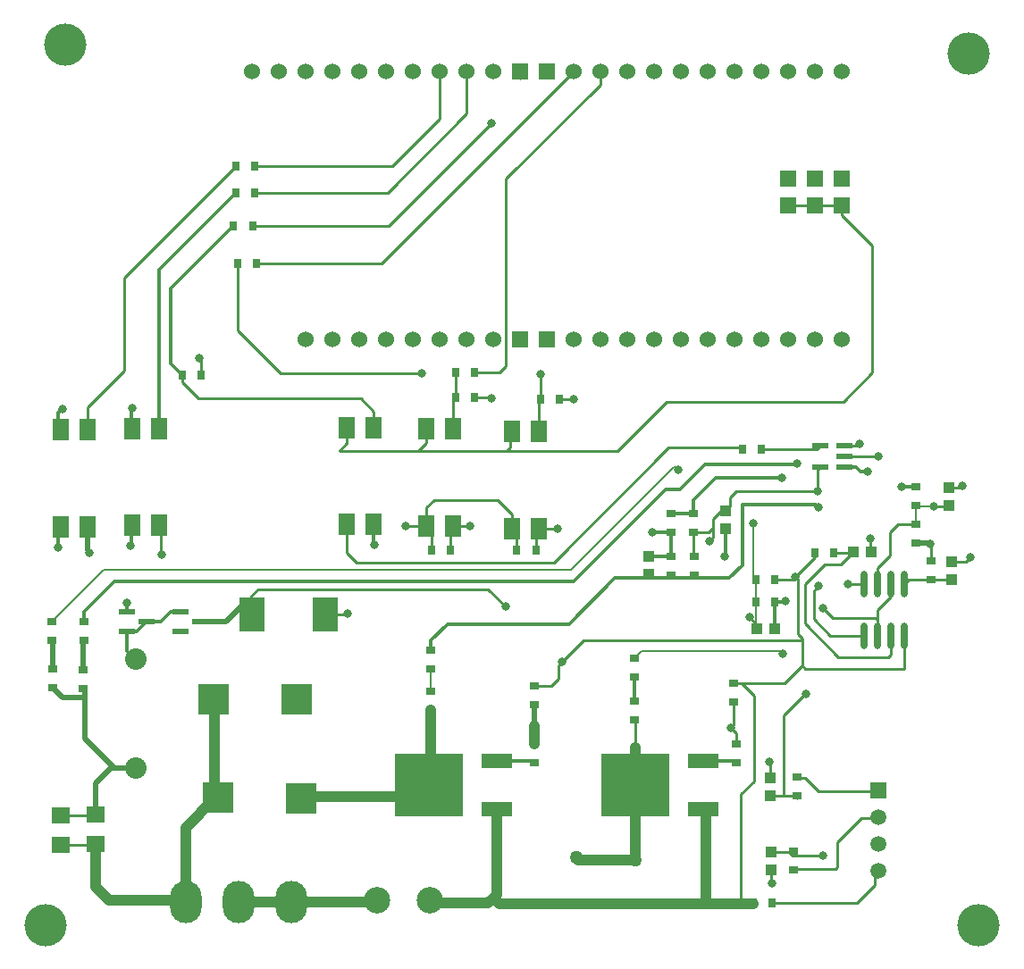
<source format=gtl>
G04*
G04 #@! TF.GenerationSoftware,Altium Limited,Altium Designer,18.0.12 (696)*
G04*
G04 Layer_Physical_Order=1*
G04 Layer_Color=255*
%FSLAX25Y25*%
%MOIN*%
G70*
G01*
G75*
%ADD11C,0.01000*%
%ADD15R,0.03740X0.03150*%
%ADD16O,0.02756X0.09843*%
%ADD17R,0.09449X0.12992*%
%ADD18R,0.06102X0.02165*%
%ADD19R,0.07087X0.06299*%
%ADD20R,0.03937X0.04331*%
%ADD21R,0.04331X0.03937*%
%ADD22R,0.03150X0.03740*%
%ADD23R,0.11811X0.05512*%
%ADD24R,0.25591X0.23622*%
%ADD25R,0.05906X0.08000*%
%ADD46C,0.00600*%
%ADD47C,0.01181*%
%ADD48C,0.03937*%
%ADD49C,0.01968*%
%ADD50R,0.06000X0.06000*%
%ADD51C,0.06000*%
%ADD52R,0.11811X0.11811*%
%ADD53O,0.11811X0.15748*%
%ADD54C,0.09843*%
%ADD55C,0.08000*%
%ADD56C,0.05906*%
%ADD57R,0.05906X0.05906*%
%ADD58C,0.15748*%
%ADD59C,0.03150*%
%ADD60C,0.05000*%
D11*
X297543Y19357D02*
X313543D01*
X293800Y23100D02*
X297543Y19357D01*
X345200Y68200D02*
X345900Y68900D01*
X340800Y68200D02*
X345200D01*
X340293Y61000D02*
X340800Y61507D01*
X335300Y61000D02*
X340293D01*
X347247Y40446D02*
X348800Y42000D01*
X341900Y40446D02*
X347247D01*
X341803Y33657D02*
X341900Y33754D01*
X334364Y33657D02*
X341803D01*
X324300Y32046D02*
X325911Y33657D01*
X334364D01*
X334000Y47200D02*
X334364Y46836D01*
X333943Y47257D02*
X334000Y47200D01*
X334364Y40743D02*
Y46836D01*
X321943Y54343D02*
X328736D01*
X319000Y51400D02*
X321943Y54343D01*
X319000Y42800D02*
Y51400D01*
X314300Y38100D02*
X319000Y42800D01*
X314300Y32046D02*
Y38100D01*
X311600Y43100D02*
Y49000D01*
X108081Y20900D02*
X116600D01*
X311600Y43100D02*
X311846Y42854D01*
X303100Y32100D02*
X303154Y32046D01*
X309300D01*
X324300Y500D02*
Y12754D01*
X287300Y500D02*
X324300D01*
X286100Y1700D02*
X287300Y500D01*
X287200Y17285D02*
X299685Y4800D01*
X318200D01*
X290544Y18956D02*
Y29544D01*
Y18956D02*
X296746Y12754D01*
X309300D01*
X287200Y32000D02*
X294500Y39300D01*
X287200Y17285D02*
Y32000D01*
X284500Y13500D02*
X286100Y11900D01*
Y11200D02*
Y11900D01*
X283700Y34800D02*
X284500Y34000D01*
Y13500D02*
Y34000D01*
X300453Y39300D02*
X305153Y44000D01*
X294500Y39300D02*
X300453D01*
X290544Y29544D02*
X292400Y31400D01*
X318200Y4800D02*
X319300Y5900D01*
Y12754D01*
X314300Y18600D02*
Y22500D01*
X319300Y27500D01*
Y32046D01*
X313543Y19357D02*
X314300Y18600D01*
Y12754D02*
Y18600D01*
X268957Y15697D02*
Y17243D01*
X266600Y19600D02*
X268957Y17243D01*
X311846Y42854D02*
Y44000D01*
X283700Y34800D02*
X290900Y42000D01*
Y43600D01*
X297987D02*
X304000D01*
X80719Y24374D02*
Y27819D01*
Y20900D02*
Y24374D01*
X169000Y30200D02*
X175600Y23600D01*
X83100Y30200D02*
X169000D01*
X80719Y27819D02*
X83100Y30200D01*
X116600Y20900D02*
X116700Y21000D01*
X279443Y-4957D02*
X286100Y1700D01*
X263557Y-4957D02*
X279443D01*
X307200Y83900D02*
X307700Y84400D01*
X301900Y83900D02*
X307200D01*
X301900Y79900D02*
X314300D01*
X314500Y79700D01*
X291900Y74900D02*
X292900Y75900D01*
X291900Y66800D02*
Y74900D01*
X291536Y82536D02*
X292900Y83900D01*
X271043Y82536D02*
X291536D01*
X313900Y-77200D02*
Y-75600D01*
X313400Y-76700D02*
X313900Y-77200D01*
X313400Y-80300D02*
Y-76700D01*
X306700Y-87000D02*
X313400Y-80300D01*
X274600Y-79400D02*
X274800Y-79600D01*
X274600Y-79400D02*
Y-74647D01*
X282646Y-69200D02*
X293900D01*
X281400Y-67953D02*
X282646Y-69200D01*
X274600Y-67953D02*
X281400D01*
X281636Y-74300D02*
X298600D01*
X299200Y-73700D01*
X284136Y-47964D02*
Y-47043D01*
X279100Y-46500D02*
X279447Y-46846D01*
X283939D01*
X274100D02*
X279447D01*
X283939D02*
X284136Y-47043D01*
X274000Y-34100D02*
X274100Y-34200D01*
Y-40154D02*
Y-34200D01*
X279100Y-17000D02*
X287200Y-8900D01*
X279100Y-46500D02*
Y-17000D01*
X283300Y-40257D02*
X287357D01*
X292400Y-45300D01*
X263557Y-4957D02*
X268100Y-9500D01*
Y-41600D02*
Y-9500D01*
X263300Y-46400D02*
X268100Y-41600D01*
X287200Y-8900D02*
X287500D01*
X194707Y52893D02*
X195000Y52600D01*
X187887Y52893D02*
X194707D01*
X308200Y-55300D02*
X312000D01*
X299200Y-64300D02*
X308200Y-55300D01*
X299200Y-73700D02*
Y-64300D01*
X274987Y-87000D02*
X306700D01*
X292400Y-45300D02*
X312000D01*
X186787Y51793D02*
X187887Y52893D01*
X186787Y44700D02*
Y51793D01*
X177887Y52893D02*
X179700Y51079D01*
Y44700D02*
Y51079D01*
X154887Y52893D02*
X155887Y53893D01*
X154887Y44700D02*
Y52893D01*
X145887Y53893D02*
X147800Y51980D01*
Y44700D02*
Y51980D01*
X193500Y40100D02*
X236356Y82956D01*
X120000Y40100D02*
X193500D01*
X116387Y43713D02*
X120000Y40100D01*
X22300Y-65212D02*
X22500Y-65012D01*
X9700Y-65212D02*
X22300D01*
Y-54188D02*
X22500Y-53988D01*
X9700Y-54188D02*
X22300D01*
X91500Y110600D02*
X144300D01*
X75457Y126643D02*
X91500Y110600D01*
X75457Y126643D02*
Y151736D01*
X61000Y101300D02*
X121600D01*
X54957Y107343D02*
X61000Y101300D01*
X54957Y107343D02*
Y110236D01*
X121600Y101300D02*
X126347Y96553D01*
Y90495D02*
Y96553D01*
X131836Y165636D02*
X170300Y204100D01*
X81143Y165636D02*
X131836D01*
X129336Y151736D02*
X200900Y223300D01*
X82543Y151736D02*
X129336D01*
X223878Y-28978D02*
Y-18402D01*
X99436Y121736D02*
X101000Y123300D01*
X160900Y207700D02*
Y223300D01*
X180900Y220600D02*
Y223300D01*
X150900Y205800D02*
Y223300D01*
X82043Y188236D02*
X133336D01*
X82043Y178236D02*
X131436D01*
X261700Y66800D02*
X291900D01*
X301000Y169600D02*
Y173300D01*
X291000D02*
X301000D01*
X46957Y43736D02*
Y53240D01*
X46192Y54005D02*
X46957Y53240D01*
X113516Y81800D02*
X116308Y84592D01*
Y90495D01*
X261736Y-27457D02*
Y-23536D01*
X133336Y188236D02*
X150900Y205800D01*
X131436Y178236D02*
X160900Y207700D01*
X155887Y53893D02*
X162293D01*
X162300Y53900D01*
X145887Y53893D02*
Y60587D01*
X148800Y63500D01*
X172500D01*
X177887Y52893D02*
Y58113D01*
X172500Y63500D02*
X177887Y58113D01*
X138293Y53893D02*
X145887D01*
X281000Y173300D02*
X291000D01*
X245736Y42984D02*
Y51457D01*
X282636Y33736D02*
X283700Y34800D01*
X276043Y33736D02*
X282636D01*
X245736Y51457D02*
X251357D01*
X263537Y82956D02*
X263957Y82536D01*
X301000Y169600D02*
X312300Y158300D01*
X187847Y88995D02*
Y100627D01*
X188457Y101236D01*
X195543D02*
X200964D01*
X113516Y81800D02*
X143000D01*
X145808Y84608D01*
X312300Y111000D02*
Y158300D01*
X116387Y43713D02*
Y54393D01*
X251629Y47929D02*
X253000Y49300D01*
Y53100D01*
X251357Y51457D02*
X253000Y53100D01*
Y56400D01*
X255946Y59346D02*
X257500D01*
X259300Y61146D01*
Y64400D01*
X253000Y56400D02*
X255946Y59346D01*
X259300Y64400D02*
X261700Y66800D01*
X186236Y-5957D02*
X192443D01*
X195100Y-3300D01*
X259700Y-21500D02*
X261736Y-23536D01*
X259500Y-21700D02*
X259700Y-21500D01*
X260736Y-4957D02*
X263557D01*
X155847Y89995D02*
Y100627D01*
X156957Y101736D01*
X164043D02*
X169364D01*
X169500Y101600D01*
X170200D01*
X170400Y101400D01*
X156957Y101736D02*
Y111236D01*
X210900Y218500D02*
Y223300D01*
X188457Y101236D02*
Y110236D01*
X240900Y221400D02*
Y223300D01*
X143000Y81800D02*
X176000D01*
X236356Y82956D02*
X263537D01*
X217100Y81800D02*
X235500Y100200D01*
X301500D01*
X176000Y81800D02*
X177308Y83108D01*
X145808Y84608D02*
Y89995D01*
Y90495D01*
X176000Y81800D02*
X217100D01*
X164043Y111236D02*
X173336D01*
X175681Y113581D01*
Y183281D01*
X210900Y218500D01*
X19613Y89607D02*
Y98113D01*
X33100Y111600D01*
Y146379D01*
X74957Y188236D01*
X61200Y116500D02*
X62043Y115657D01*
Y110236D02*
Y115657D01*
X259700Y-21500D02*
X260736Y-20464D01*
Y-12043D01*
X263300Y-85900D02*
Y-46400D01*
Y-85900D02*
X264000Y-86600D01*
X195100Y-3300D02*
Y1700D01*
X196500Y3100D01*
X204600Y11200D01*
X286100D01*
Y1700D02*
Y11200D01*
X301500Y100200D02*
X312300Y111000D01*
X177308Y83108D02*
Y88995D01*
D15*
X334364Y33657D02*
D03*
Y40743D02*
D03*
X282883Y-74743D02*
D03*
Y-67657D02*
D03*
X284136Y-47043D02*
D03*
Y-39957D02*
D03*
X328736Y61257D02*
D03*
Y68343D02*
D03*
X237264Y58543D02*
D03*
Y51457D02*
D03*
X223736Y-18543D02*
D03*
Y-11457D02*
D03*
Y-2543D02*
D03*
Y4543D02*
D03*
X328736Y47257D02*
D03*
Y54343D02*
D03*
X245736Y51457D02*
D03*
Y58543D02*
D03*
X186236Y-34543D02*
D03*
Y-27457D02*
D03*
Y-13043D02*
D03*
Y-5957D02*
D03*
X6736Y-6543D02*
D03*
Y543D02*
D03*
X6236Y10957D02*
D03*
Y18043D02*
D03*
X261736Y-34543D02*
D03*
Y-27457D02*
D03*
X260736Y-12043D02*
D03*
Y-4957D02*
D03*
X237236Y35457D02*
D03*
Y42543D02*
D03*
X147736Y-15043D02*
D03*
Y-7957D02*
D03*
Y457D02*
D03*
Y7543D02*
D03*
X245764Y42543D02*
D03*
Y35457D02*
D03*
X18028Y47D02*
D03*
Y-7040D02*
D03*
X18264Y18043D02*
D03*
Y10957D02*
D03*
D16*
X309300Y12754D02*
D03*
X314300D02*
D03*
X319300D02*
D03*
X324300D02*
D03*
X309300Y32046D02*
D03*
X314300D02*
D03*
X319300D02*
D03*
X324300D02*
D03*
D17*
X80919Y20700D02*
D03*
X108281D02*
D03*
D18*
X292900Y83900D02*
D03*
Y75900D02*
D03*
X301900D02*
D03*
Y79900D02*
D03*
Y83900D02*
D03*
X34358Y21740D02*
D03*
Y14260D02*
D03*
X41642Y18000D02*
D03*
X61642D02*
D03*
X54358Y14260D02*
D03*
Y21740D02*
D03*
D19*
X9700Y-65212D02*
D03*
Y-54188D02*
D03*
X22500Y-65012D02*
D03*
Y-53988D02*
D03*
D20*
X340800Y61507D02*
D03*
Y68200D02*
D03*
X341900Y33754D02*
D03*
Y40446D02*
D03*
X274100Y-40154D02*
D03*
Y-46846D02*
D03*
X274600Y-67953D02*
D03*
Y-74647D02*
D03*
X257500Y52653D02*
D03*
Y59346D02*
D03*
X229000Y35654D02*
D03*
Y42347D02*
D03*
D21*
X305153Y44000D02*
D03*
X311846D02*
D03*
X269153Y15500D02*
D03*
X275847D02*
D03*
D22*
X267900Y-87000D02*
D03*
X274987D02*
D03*
X154887Y44700D02*
D03*
X147800D02*
D03*
X62043Y110236D02*
D03*
X54957D02*
D03*
X195543Y101236D02*
D03*
X188457D02*
D03*
X81143Y165636D02*
D03*
X74057D02*
D03*
X164043Y111236D02*
D03*
X156957D02*
D03*
X290900Y43600D02*
D03*
X297987D02*
D03*
X179700Y44700D02*
D03*
X186787D02*
D03*
X271043Y82536D02*
D03*
X263957D02*
D03*
X164043Y101736D02*
D03*
X156957D02*
D03*
X268957Y25264D02*
D03*
X276043D02*
D03*
X276043Y33736D02*
D03*
X268957D02*
D03*
X82043Y178236D02*
D03*
X74957D02*
D03*
X82043Y188236D02*
D03*
X74957D02*
D03*
X82543Y151736D02*
D03*
X75457D02*
D03*
D23*
X172114Y-52055D02*
D03*
Y-33945D02*
D03*
X249114D02*
D03*
Y-52055D02*
D03*
D24*
X146878Y-43000D02*
D03*
X223878D02*
D03*
D25*
X126347Y90495D02*
D03*
X116308D02*
D03*
X126387Y54393D02*
D03*
X116387D02*
D03*
X187847Y88995D02*
D03*
X177808D02*
D03*
X187887Y52893D02*
D03*
X177887D02*
D03*
X9653Y53505D02*
D03*
X19692D02*
D03*
X9613Y89607D02*
D03*
X19613D02*
D03*
X36153Y54005D02*
D03*
X46192D02*
D03*
X36113Y90107D02*
D03*
X46113D02*
D03*
X155847Y89995D02*
D03*
X145808D02*
D03*
X155887Y53893D02*
D03*
X145887D02*
D03*
D46*
X268006Y34274D02*
X268750Y33529D01*
X268957Y17243D02*
Y25264D01*
X328736Y54343D02*
Y61257D01*
X147736Y-7957D02*
Y457D01*
X268957Y25264D02*
X268957Y25264D01*
X268957Y25264D02*
Y33736D01*
X223736Y4543D02*
X226193Y7000D01*
X268006Y34274D02*
Y54648D01*
X6236Y18043D02*
X25493Y37300D01*
X199800D01*
X238400Y75900D01*
X239700D01*
X328993Y61000D02*
X335300D01*
X328736Y61257D02*
X328993Y61000D01*
X226193Y7000D02*
X278000D01*
X279000Y6000D01*
D47*
X276043Y25264D02*
X280136D01*
X35800Y46000D02*
Y53652D01*
X216300Y34400D02*
X259000D01*
X279800Y25600D02*
X280136Y25264D01*
X301900Y75900D02*
X306200D01*
X308000Y74100D01*
X310500D01*
X278600Y71800D02*
X278700Y71700D01*
X254000Y71800D02*
X278600D01*
X73836Y165636D02*
X74057D01*
X50700Y142500D02*
X73836Y165636D01*
X34358Y25058D02*
X34400Y25100D01*
X34358Y21740D02*
Y25058D01*
Y7142D02*
X37500Y4000D01*
X37902Y14260D02*
X41642Y18000D01*
X34358Y14260D02*
X37902D01*
X50740Y21740D02*
X54358D01*
X35800Y53652D02*
X36153Y54005D01*
X172114Y-33945D02*
X185638D01*
X186236Y-34543D01*
X34358Y7142D02*
Y14260D01*
X322947Y68147D02*
X323300Y68500D01*
X237264Y58543D02*
X245736D01*
X245736Y58543D01*
X230300Y51400D02*
X237207D01*
X8756Y90464D02*
X9613Y89607D01*
X8756Y95956D02*
X10300Y97500D01*
X41642Y18000D02*
X47000D01*
X50740Y21740D01*
X35900Y97900D02*
X36200D01*
X35800Y90421D02*
X36113Y90107D01*
X35800Y90421D02*
Y97800D01*
X35900Y97900D01*
X8756Y90464D02*
Y95956D01*
X8700Y45600D02*
Y52552D01*
X9653Y53505D01*
X126387Y46807D02*
Y54393D01*
Y46807D02*
X126494Y46700D01*
X126600D01*
X323300Y68500D02*
X328579D01*
X223736Y-11457D02*
Y-2543D01*
X237236Y51429D02*
X237264Y51457D01*
X237207Y51400D02*
X237236Y51429D01*
X229000Y42347D02*
X237039D01*
X237236Y42543D01*
X275847Y15500D02*
Y25067D01*
X276043Y25264D01*
X245736Y58543D02*
Y63536D01*
X254000Y71800D01*
X237236Y42543D02*
Y51429D01*
X18264Y18043D02*
Y21664D01*
X29700Y33100D01*
X200900D01*
X235125Y67325D01*
X240525D01*
X263800Y61800D02*
X291400D01*
X292400Y60800D01*
X259000Y34400D02*
X263800Y39200D01*
X257500Y42800D02*
Y52653D01*
X257200Y42500D02*
X257500Y42800D01*
X263800Y39200D02*
Y61800D01*
X147736Y7543D02*
Y11036D01*
X153900Y17200D01*
X199100D02*
X216300Y34400D01*
X153900Y17200D02*
X199100D01*
X240525Y67325D02*
X250000Y76800D01*
X283953D01*
X46113Y149393D02*
X74957Y178236D01*
X46113Y90107D02*
Y149393D01*
X50700Y114493D02*
X54957Y110236D01*
X50700Y114493D02*
Y142500D01*
X261138Y-33945D02*
X261736Y-34543D01*
X249114Y-33945D02*
X261138D01*
D48*
X250100Y-87300D02*
X267900D01*
X147200Y-86968D02*
X169091D01*
X22500Y-80900D02*
Y-65012D01*
Y-80900D02*
X27600Y-86000D01*
X55630D01*
X64900Y-10500D02*
X67000Y-12600D01*
Y-48000D02*
Y-12600D01*
X56130Y-58870D02*
X67000Y-48000D01*
X56130Y-86500D02*
Y-58870D01*
X139667Y-47400D02*
X147736Y-39331D01*
X100750Y-44750D02*
X103400Y-47400D01*
X139667D01*
X223878Y-70800D02*
Y-43000D01*
X202756Y-70800D02*
X223878D01*
X95500Y-86500D02*
X126900D01*
X170945Y-85114D02*
X173131Y-87300D01*
X169091Y-86968D02*
X170945Y-85114D01*
X172114Y-83945D01*
X250100Y-87300D02*
Y-54055D01*
X172114Y-83945D02*
Y-52055D01*
X173131Y-87300D02*
X250100D01*
X186236Y-27457D02*
Y-21036D01*
X223878Y-43000D02*
Y-28978D01*
X75815Y-86500D02*
X95500D01*
X147736Y-39331D02*
Y-15043D01*
X186200Y-21000D02*
X186236Y-21036D01*
X201978Y-70022D02*
X202756Y-70800D01*
D49*
X71130Y18000D02*
X77504Y24374D01*
X80719D01*
X22500Y-53988D02*
Y-42400D01*
X28400Y-36500D01*
X29500D01*
X37500D01*
X18500Y-25500D02*
X29500Y-36500D01*
X19692Y44608D02*
X20400Y43900D01*
X61642Y18000D02*
X71130D01*
X18264Y-6700D02*
X18500Y-6936D01*
X6736Y-6543D02*
X10393Y-10200D01*
X18500D01*
Y-25500D02*
Y-10200D01*
Y-6936D01*
X6736Y543D02*
Y10457D01*
X6236Y10957D02*
X6736Y10457D01*
X18028Y47D02*
Y10721D01*
X18264Y10957D01*
X328736Y47257D02*
X333943D01*
X19692Y44608D02*
Y53505D01*
X186236Y-20964D02*
Y-13043D01*
D50*
X181000Y223300D02*
D03*
X191000D02*
D03*
X301000Y183300D02*
D03*
X291000D02*
D03*
X281000D02*
D03*
X191000Y123300D02*
D03*
X181000D02*
D03*
X281000Y173300D02*
D03*
X291000D02*
D03*
X301000D02*
D03*
D51*
Y223300D02*
D03*
X291000D02*
D03*
X281000D02*
D03*
X271000D02*
D03*
X261000D02*
D03*
X251000D02*
D03*
X241000D02*
D03*
X231000D02*
D03*
X221000D02*
D03*
X211000D02*
D03*
X201000D02*
D03*
X171000D02*
D03*
X161000D02*
D03*
X151000D02*
D03*
X141000D02*
D03*
X131000D02*
D03*
X121000D02*
D03*
X111000D02*
D03*
X101000D02*
D03*
X301000Y123300D02*
D03*
X291000D02*
D03*
X281000D02*
D03*
X261000D02*
D03*
X251000D02*
D03*
X241000D02*
D03*
X231000D02*
D03*
X221000D02*
D03*
X211000D02*
D03*
X201000D02*
D03*
X171000D02*
D03*
X161000D02*
D03*
X151000D02*
D03*
X141000D02*
D03*
X131000D02*
D03*
X121000D02*
D03*
X111000D02*
D03*
X101000D02*
D03*
X271000D02*
D03*
X81000Y223300D02*
D03*
X91000D02*
D03*
D52*
X99100Y-47794D02*
D03*
X68100Y-47700D02*
D03*
X66500Y-10905D02*
D03*
X97500Y-11000D02*
D03*
D53*
X56130Y-86500D02*
D03*
X75815Y-86500D02*
D03*
X95500D02*
D03*
D54*
X127626Y-85969D02*
D03*
X147311D02*
D03*
D55*
X37500Y4000D02*
D03*
Y-36500D02*
D03*
D56*
X314600Y-75000D02*
D03*
Y-65000D02*
D03*
Y-55000D02*
D03*
D57*
Y-45000D02*
D03*
D58*
X11300Y233500D02*
D03*
X348100Y230000D02*
D03*
X3900Y-95100D02*
D03*
X352000D02*
D03*
D59*
X345900Y68900D02*
D03*
X348800Y42000D02*
D03*
X311600Y49000D02*
D03*
X303100Y32100D02*
D03*
X279800Y25600D02*
D03*
X293800Y23100D02*
D03*
X266600Y19600D02*
D03*
X292400Y31400D02*
D03*
X116700Y21000D02*
D03*
X310500Y74100D02*
D03*
X278700Y71700D02*
D03*
X307700Y84400D02*
D03*
X314500Y79700D02*
D03*
X284100Y77200D02*
D03*
X274800Y-79600D02*
D03*
X274000Y-34100D02*
D03*
X287500Y-8900D02*
D03*
X293900Y-69200D02*
D03*
X195000Y52600D02*
D03*
X144300Y110600D02*
D03*
X61200Y116500D02*
D03*
X188500Y110300D02*
D03*
X170300Y204100D02*
D03*
X34400Y25100D02*
D03*
X186200Y-21000D02*
D03*
X20400Y43900D02*
D03*
X8700Y45600D02*
D03*
X291900Y66800D02*
D03*
X334000Y47200D02*
D03*
X10300Y97500D02*
D03*
X35700Y46400D02*
D03*
X36200Y97900D02*
D03*
X47100Y43200D02*
D03*
X162300Y53900D02*
D03*
X126600Y46700D02*
D03*
X323300Y68500D02*
D03*
X138200Y53800D02*
D03*
X175600Y23600D02*
D03*
X196500Y3100D02*
D03*
X283700Y34800D02*
D03*
X268006Y54648D02*
D03*
X230300Y51400D02*
D03*
X240000Y74800D02*
D03*
X200964Y101236D02*
D03*
X292400Y60800D02*
D03*
X335300Y61000D02*
D03*
X251629Y47929D02*
D03*
X257200Y42500D02*
D03*
X170400Y101400D02*
D03*
X279000Y6000D02*
D03*
X259500Y-21700D02*
D03*
X223400Y-70500D02*
D03*
D60*
X201978Y-70022D02*
D03*
X223878Y-70800D02*
D03*
M02*

</source>
